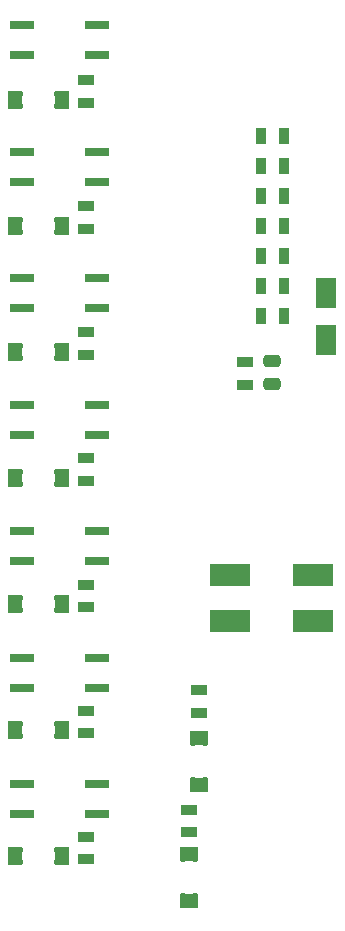
<source format=gbr>
%TF.GenerationSoftware,KiCad,Pcbnew,6.0.11+dfsg-1~bpo11+1*%
%TF.CreationDate,2023-05-28T01:25:56+00:00*%
%TF.ProjectId,ISO11446PWR01,49534f31-3134-4343-9650-575230312e6b,rev?*%
%TF.SameCoordinates,Original*%
%TF.FileFunction,Paste,Bot*%
%TF.FilePolarity,Positive*%
%FSLAX46Y46*%
G04 Gerber Fmt 4.6, Leading zero omitted, Abs format (unit mm)*
G04 Created by KiCad (PCBNEW 6.0.11+dfsg-1~bpo11+1) date 2023-05-28 01:25:56*
%MOMM*%
%LPD*%
G01*
G04 APERTURE LIST*
G04 Aperture macros list*
%AMRoundRect*
0 Rectangle with rounded corners*
0 $1 Rounding radius*
0 $2 $3 $4 $5 $6 $7 $8 $9 X,Y pos of 4 corners*
0 Add a 4 corners polygon primitive as box body*
4,1,4,$2,$3,$4,$5,$6,$7,$8,$9,$2,$3,0*
0 Add four circle primitives for the rounded corners*
1,1,$1+$1,$2,$3*
1,1,$1+$1,$4,$5*
1,1,$1+$1,$6,$7*
1,1,$1+$1,$8,$9*
0 Add four rect primitives between the rounded corners*
20,1,$1+$1,$2,$3,$4,$5,0*
20,1,$1+$1,$4,$5,$6,$7,0*
20,1,$1+$1,$6,$7,$8,$9,0*
20,1,$1+$1,$8,$9,$2,$3,0*%
%AMFreePoly0*
4,1,23,0.405000,0.745865,0.430885,0.748318,0.514326,0.717475,0.576139,0.653497,0.604092,0.569043,0.592655,0.480821,0.586333,0.471118,0.535041,0.293601,0.507443,0.099107,0.507318,-0.097336,0.534670,-0.291865,0.585847,-0.469827,0.592286,-0.479814,0.603303,-0.568089,0.574948,-0.652409,0.512833,-0.716092,0.429245,-0.746538,0.405000,-0.744124,0.405000,-0.750000,-0.645000,-0.750000,
-0.645000,0.750000,0.405000,0.750000,0.405000,0.745865,0.405000,0.745865,$1*%
G04 Aperture macros list end*
%ADD10FreePoly0,180.000000*%
%ADD11FreePoly0,0.000000*%
%ADD12R,0.889000X1.397000*%
%ADD13R,2.000000X0.640000*%
%ADD14R,1.397000X0.889000*%
%ADD15FreePoly0,90.000000*%
%ADD16FreePoly0,270.000000*%
%ADD17R,3.400000X1.900000*%
%ADD18RoundRect,0.250000X-0.475000X0.250000X-0.475000X-0.250000X0.475000X-0.250000X0.475000X0.250000X0*%
%ADD19R,1.800000X2.500000*%
G04 APERTURE END LIST*
D10*
%TO.C,D5*%
X49657000Y55118000D03*
D11*
X45847000Y55118000D03*
%TD*%
D12*
%TO.C,R17*%
X68516500Y71374000D03*
X66611500Y71374000D03*
%TD*%
D13*
%TO.C,U2*%
X46380000Y80221667D03*
X46380000Y82761667D03*
X52680000Y82761667D03*
X52680000Y80221667D03*
%TD*%
D14*
%TO.C,C1*%
X65278000Y64960500D03*
X65278000Y63055500D03*
%TD*%
D12*
%TO.C,R12*%
X68516500Y78994000D03*
X66611500Y78994000D03*
%TD*%
D15*
%TO.C,D10*%
X61338500Y29257000D03*
D16*
X61338500Y33067000D03*
%TD*%
D13*
%TO.C,U5*%
X46380000Y48090668D03*
X46380000Y50630668D03*
X52680000Y50630668D03*
X52680000Y48090668D03*
%TD*%
D15*
%TO.C,D9*%
X60510750Y19421000D03*
D16*
X60510750Y23231000D03*
%TD*%
D14*
%TO.C,R11*%
X51816000Y76252917D03*
X51816000Y78157917D03*
%TD*%
D13*
%TO.C,U4*%
X46380000Y58801001D03*
X46380000Y61341001D03*
X52680000Y61341001D03*
X52680000Y58801001D03*
%TD*%
D12*
%TO.C,R8*%
X68516500Y84074000D03*
X66611500Y84074000D03*
%TD*%
%TO.C,R16*%
X68516500Y73914000D03*
X66611500Y73914000D03*
%TD*%
D10*
%TO.C,D3*%
X49657000Y76454000D03*
D11*
X45847000Y76454000D03*
%TD*%
D10*
%TO.C,D8*%
X49657000Y23114000D03*
D11*
X45847000Y23114000D03*
%TD*%
D17*
%TO.C,F3*%
X64000000Y43050000D03*
X64000000Y46950000D03*
%TD*%
D14*
%TO.C,R15*%
X51816000Y54895751D03*
X51816000Y56800751D03*
%TD*%
D17*
%TO.C,F1*%
X71000000Y43050000D03*
X71000000Y46950000D03*
%TD*%
D12*
%TO.C,R13*%
X68516500Y76454000D03*
X66611500Y76454000D03*
%TD*%
D14*
%TO.C,R23*%
X61338500Y37194500D03*
X61338500Y35289500D03*
%TD*%
%TO.C,R20*%
X51816000Y33538585D03*
X51816000Y35443585D03*
%TD*%
D10*
%TO.C,D7*%
X49657000Y33782000D03*
D11*
X45847000Y33782000D03*
%TD*%
D10*
%TO.C,D4*%
X49657000Y65786000D03*
D11*
X45847000Y65786000D03*
%TD*%
D10*
%TO.C,D6*%
X49657000Y44450000D03*
D11*
X45847000Y44450000D03*
%TD*%
D14*
%TO.C,R22*%
X60510750Y27041000D03*
X60510750Y25136000D03*
%TD*%
D18*
%TO.C,C2*%
X67564000Y65024000D03*
X67564000Y63124000D03*
%TD*%
D10*
%TO.C,D2*%
X49657000Y87122000D03*
D11*
X45847000Y87122000D03*
%TD*%
D19*
%TO.C,D1*%
X72136000Y66834000D03*
X72136000Y70834000D03*
%TD*%
D13*
%TO.C,U3*%
X46380000Y69511334D03*
X46380000Y72051334D03*
X52680000Y72051334D03*
X52680000Y69511334D03*
%TD*%
%TO.C,U6*%
X46380000Y37380335D03*
X46380000Y39920335D03*
X52680000Y39920335D03*
X52680000Y37380335D03*
%TD*%
%TO.C,U1*%
X46380000Y90932000D03*
X46380000Y93472000D03*
X52680000Y93472000D03*
X52680000Y90932000D03*
%TD*%
D14*
%TO.C,R14*%
X51816000Y65574334D03*
X51816000Y67479334D03*
%TD*%
%TO.C,R10*%
X51816000Y86931500D03*
X51816000Y88836500D03*
%TD*%
D13*
%TO.C,U7*%
X46380000Y26670000D03*
X46380000Y29210000D03*
X52680000Y29210000D03*
X52680000Y26670000D03*
%TD*%
D14*
%TO.C,R19*%
X51816000Y44217168D03*
X51816000Y46122168D03*
%TD*%
D12*
%TO.C,R18*%
X68516500Y68834000D03*
X66611500Y68834000D03*
%TD*%
%TO.C,R9*%
X68516500Y81534000D03*
X66611500Y81534000D03*
%TD*%
D14*
%TO.C,R21*%
X51816000Y22860000D03*
X51816000Y24765000D03*
%TD*%
M02*

</source>
